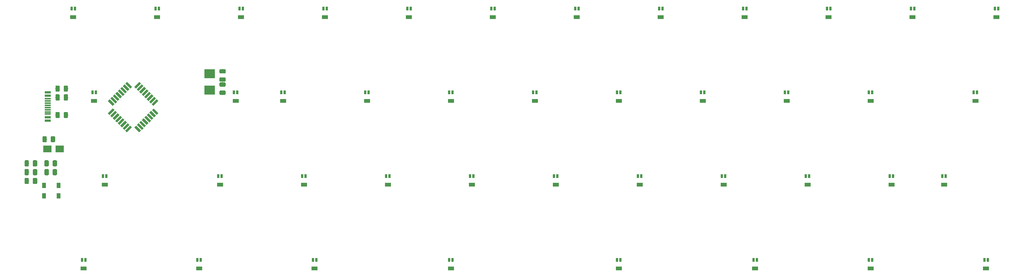
<source format=gbr>
G04 #@! TF.GenerationSoftware,KiCad,Pcbnew,(5.0.2)-1*
G04 #@! TF.CreationDate,2019-05-12T20:42:33+07:00*
G04 #@! TF.ProjectId,PCB,5043422e-6b69-4636-9164-5f7063625858,a*
G04 #@! TF.SameCoordinates,Original*
G04 #@! TF.FileFunction,Paste,Bot*
G04 #@! TF.FilePolarity,Positive*
%FSLAX46Y46*%
G04 Gerber Fmt 4.6, Leading zero omitted, Abs format (unit mm)*
G04 Created by KiCad (PCBNEW (5.0.2)-1) date 5/12/2019 8:42:33 PM*
%MOMM*%
%LPD*%
G01*
G04 APERTURE LIST*
%ADD10C,0.100000*%
%ADD11C,0.975000*%
%ADD12R,0.900000X1.200000*%
%ADD13R,0.600000X0.889000*%
%ADD14R,1.397000X0.889000*%
%ADD15C,0.550000*%
%ADD16R,2.400000X2.000000*%
%ADD17R,1.450000X0.600000*%
%ADD18R,1.450000X0.300000*%
%ADD19R,1.950000X1.500000*%
G04 APERTURE END LIST*
D10*
G04 #@! TO.C,C1*
G36*
X37480167Y-13576224D02*
X37503828Y-13579734D01*
X37527032Y-13585546D01*
X37549554Y-13593604D01*
X37571178Y-13603832D01*
X37591695Y-13616129D01*
X37610908Y-13630379D01*
X37628632Y-13646443D01*
X37644696Y-13664167D01*
X37658946Y-13683380D01*
X37671243Y-13703897D01*
X37681471Y-13725521D01*
X37689529Y-13748043D01*
X37695341Y-13771247D01*
X37698851Y-13794908D01*
X37700025Y-13818800D01*
X37700025Y-14306300D01*
X37698851Y-14330192D01*
X37695341Y-14353853D01*
X37689529Y-14377057D01*
X37681471Y-14399579D01*
X37671243Y-14421203D01*
X37658946Y-14441720D01*
X37644696Y-14460933D01*
X37628632Y-14478657D01*
X37610908Y-14494721D01*
X37591695Y-14508971D01*
X37571178Y-14521268D01*
X37549554Y-14531496D01*
X37527032Y-14539554D01*
X37503828Y-14545366D01*
X37480167Y-14548876D01*
X37456275Y-14550050D01*
X36543775Y-14550050D01*
X36519883Y-14548876D01*
X36496222Y-14545366D01*
X36473018Y-14539554D01*
X36450496Y-14531496D01*
X36428872Y-14521268D01*
X36408355Y-14508971D01*
X36389142Y-14494721D01*
X36371418Y-14478657D01*
X36355354Y-14460933D01*
X36341104Y-14441720D01*
X36328807Y-14421203D01*
X36318579Y-14399579D01*
X36310521Y-14377057D01*
X36304709Y-14353853D01*
X36301199Y-14330192D01*
X36300025Y-14306300D01*
X36300025Y-13818800D01*
X36301199Y-13794908D01*
X36304709Y-13771247D01*
X36310521Y-13748043D01*
X36318579Y-13725521D01*
X36328807Y-13703897D01*
X36341104Y-13683380D01*
X36355354Y-13664167D01*
X36371418Y-13646443D01*
X36389142Y-13630379D01*
X36408355Y-13616129D01*
X36428872Y-13603832D01*
X36450496Y-13593604D01*
X36473018Y-13585546D01*
X36496222Y-13579734D01*
X36519883Y-13576224D01*
X36543775Y-13575050D01*
X37456275Y-13575050D01*
X37480167Y-13576224D01*
X37480167Y-13576224D01*
G37*
D11*
X37000025Y-14062550D03*
D10*
G36*
X37480167Y-15451224D02*
X37503828Y-15454734D01*
X37527032Y-15460546D01*
X37549554Y-15468604D01*
X37571178Y-15478832D01*
X37591695Y-15491129D01*
X37610908Y-15505379D01*
X37628632Y-15521443D01*
X37644696Y-15539167D01*
X37658946Y-15558380D01*
X37671243Y-15578897D01*
X37681471Y-15600521D01*
X37689529Y-15623043D01*
X37695341Y-15646247D01*
X37698851Y-15669908D01*
X37700025Y-15693800D01*
X37700025Y-16181300D01*
X37698851Y-16205192D01*
X37695341Y-16228853D01*
X37689529Y-16252057D01*
X37681471Y-16274579D01*
X37671243Y-16296203D01*
X37658946Y-16316720D01*
X37644696Y-16335933D01*
X37628632Y-16353657D01*
X37610908Y-16369721D01*
X37591695Y-16383971D01*
X37571178Y-16396268D01*
X37549554Y-16406496D01*
X37527032Y-16414554D01*
X37503828Y-16420366D01*
X37480167Y-16423876D01*
X37456275Y-16425050D01*
X36543775Y-16425050D01*
X36519883Y-16423876D01*
X36496222Y-16420366D01*
X36473018Y-16414554D01*
X36450496Y-16406496D01*
X36428872Y-16396268D01*
X36408355Y-16383971D01*
X36389142Y-16369721D01*
X36371418Y-16353657D01*
X36355354Y-16335933D01*
X36341104Y-16316720D01*
X36328807Y-16296203D01*
X36318579Y-16274579D01*
X36310521Y-16252057D01*
X36304709Y-16228853D01*
X36301199Y-16205192D01*
X36300025Y-16181300D01*
X36300025Y-15693800D01*
X36301199Y-15669908D01*
X36304709Y-15646247D01*
X36310521Y-15623043D01*
X36318579Y-15600521D01*
X36328807Y-15578897D01*
X36341104Y-15558380D01*
X36355354Y-15539167D01*
X36371418Y-15521443D01*
X36389142Y-15505379D01*
X36408355Y-15491129D01*
X36428872Y-15478832D01*
X36450496Y-15468604D01*
X36473018Y-15460546D01*
X36496222Y-15454734D01*
X36519883Y-15451224D01*
X36543775Y-15450050D01*
X37456275Y-15450050D01*
X37480167Y-15451224D01*
X37480167Y-15451224D01*
G37*
D11*
X37000025Y-15937550D03*
G04 #@! TD*
D10*
G04 #@! TO.C,C2*
G36*
X37480167Y-10576224D02*
X37503828Y-10579734D01*
X37527032Y-10585546D01*
X37549554Y-10593604D01*
X37571178Y-10603832D01*
X37591695Y-10616129D01*
X37610908Y-10630379D01*
X37628632Y-10646443D01*
X37644696Y-10664167D01*
X37658946Y-10683380D01*
X37671243Y-10703897D01*
X37681471Y-10725521D01*
X37689529Y-10748043D01*
X37695341Y-10771247D01*
X37698851Y-10794908D01*
X37700025Y-10818800D01*
X37700025Y-11306300D01*
X37698851Y-11330192D01*
X37695341Y-11353853D01*
X37689529Y-11377057D01*
X37681471Y-11399579D01*
X37671243Y-11421203D01*
X37658946Y-11441720D01*
X37644696Y-11460933D01*
X37628632Y-11478657D01*
X37610908Y-11494721D01*
X37591695Y-11508971D01*
X37571178Y-11521268D01*
X37549554Y-11531496D01*
X37527032Y-11539554D01*
X37503828Y-11545366D01*
X37480167Y-11548876D01*
X37456275Y-11550050D01*
X36543775Y-11550050D01*
X36519883Y-11548876D01*
X36496222Y-11545366D01*
X36473018Y-11539554D01*
X36450496Y-11531496D01*
X36428872Y-11521268D01*
X36408355Y-11508971D01*
X36389142Y-11494721D01*
X36371418Y-11478657D01*
X36355354Y-11460933D01*
X36341104Y-11441720D01*
X36328807Y-11421203D01*
X36318579Y-11399579D01*
X36310521Y-11377057D01*
X36304709Y-11353853D01*
X36301199Y-11330192D01*
X36300025Y-11306300D01*
X36300025Y-10818800D01*
X36301199Y-10794908D01*
X36304709Y-10771247D01*
X36310521Y-10748043D01*
X36318579Y-10725521D01*
X36328807Y-10703897D01*
X36341104Y-10683380D01*
X36355354Y-10664167D01*
X36371418Y-10646443D01*
X36389142Y-10630379D01*
X36408355Y-10616129D01*
X36428872Y-10603832D01*
X36450496Y-10593604D01*
X36473018Y-10585546D01*
X36496222Y-10579734D01*
X36519883Y-10576224D01*
X36543775Y-10575050D01*
X37456275Y-10575050D01*
X37480167Y-10576224D01*
X37480167Y-10576224D01*
G37*
D11*
X37000025Y-11062550D03*
D10*
G36*
X37480167Y-12451224D02*
X37503828Y-12454734D01*
X37527032Y-12460546D01*
X37549554Y-12468604D01*
X37571178Y-12478832D01*
X37591695Y-12491129D01*
X37610908Y-12505379D01*
X37628632Y-12521443D01*
X37644696Y-12539167D01*
X37658946Y-12558380D01*
X37671243Y-12578897D01*
X37681471Y-12600521D01*
X37689529Y-12623043D01*
X37695341Y-12646247D01*
X37698851Y-12669908D01*
X37700025Y-12693800D01*
X37700025Y-13181300D01*
X37698851Y-13205192D01*
X37695341Y-13228853D01*
X37689529Y-13252057D01*
X37681471Y-13274579D01*
X37671243Y-13296203D01*
X37658946Y-13316720D01*
X37644696Y-13335933D01*
X37628632Y-13353657D01*
X37610908Y-13369721D01*
X37591695Y-13383971D01*
X37571178Y-13396268D01*
X37549554Y-13406496D01*
X37527032Y-13414554D01*
X37503828Y-13420366D01*
X37480167Y-13423876D01*
X37456275Y-13425050D01*
X36543775Y-13425050D01*
X36519883Y-13423876D01*
X36496222Y-13420366D01*
X36473018Y-13414554D01*
X36450496Y-13406496D01*
X36428872Y-13396268D01*
X36408355Y-13383971D01*
X36389142Y-13369721D01*
X36371418Y-13353657D01*
X36355354Y-13335933D01*
X36341104Y-13316720D01*
X36328807Y-13296203D01*
X36318579Y-13274579D01*
X36310521Y-13252057D01*
X36304709Y-13228853D01*
X36301199Y-13205192D01*
X36300025Y-13181300D01*
X36300025Y-12693800D01*
X36301199Y-12669908D01*
X36304709Y-12646247D01*
X36310521Y-12623043D01*
X36318579Y-12600521D01*
X36328807Y-12578897D01*
X36341104Y-12558380D01*
X36355354Y-12539167D01*
X36371418Y-12521443D01*
X36389142Y-12505379D01*
X36408355Y-12491129D01*
X36428872Y-12478832D01*
X36450496Y-12468604D01*
X36473018Y-12460546D01*
X36496222Y-12454734D01*
X36519883Y-12451224D01*
X36543775Y-12450050D01*
X37456275Y-12450050D01*
X37480167Y-12451224D01*
X37480167Y-12451224D01*
G37*
D11*
X37000025Y-12937550D03*
G04 #@! TD*
D12*
G04 #@! TO.C,D1*
X-3492450Y-39373725D03*
X-192450Y-39373725D03*
G04 #@! TD*
G04 #@! TO.C,D2*
X-192450Y-36992475D03*
X-3492450Y-36992475D03*
G04 #@! TD*
D13*
G04 #@! TO.C,D3*
X2719000Y3216000D03*
D14*
X3100000Y1247500D03*
D13*
X3481000Y3216000D03*
G04 #@! TD*
G04 #@! TO.C,D4*
X8243500Y-15834000D03*
D14*
X7862500Y-17802500D03*
D13*
X7481500Y-15834000D03*
G04 #@! TD*
G04 #@! TO.C,D5*
X10624750Y-34884000D03*
D14*
X10243750Y-36852500D03*
D13*
X9862750Y-34884000D03*
G04 #@! TD*
G04 #@! TO.C,D6*
X5100250Y-53934000D03*
D14*
X5481250Y-55902500D03*
D13*
X5862250Y-53934000D03*
G04 #@! TD*
G04 #@! TO.C,D7*
X21769000Y3216000D03*
D14*
X22150000Y1247500D03*
D13*
X22531000Y3216000D03*
G04 #@! TD*
G04 #@! TO.C,D8*
X40381000Y-15834000D03*
D14*
X40000000Y-17802500D03*
D13*
X39619000Y-15834000D03*
G04 #@! TD*
G04 #@! TO.C,D9*
X36056500Y-34884000D03*
D14*
X36437500Y-36852500D03*
D13*
X36818500Y-34884000D03*
G04 #@! TD*
G04 #@! TO.C,D10*
X32056000Y-53934000D03*
D14*
X31675000Y-55902500D03*
D13*
X31294000Y-53934000D03*
G04 #@! TD*
G04 #@! TO.C,D11*
X40819000Y3216000D03*
D14*
X41200000Y1247500D03*
D13*
X41581000Y3216000D03*
G04 #@! TD*
G04 #@! TO.C,D12*
X51106000Y-15834000D03*
D14*
X50725000Y-17802500D03*
D13*
X50344000Y-15834000D03*
G04 #@! TD*
G04 #@! TO.C,D13*
X55868500Y-34884000D03*
D14*
X55487500Y-36852500D03*
D13*
X55106500Y-34884000D03*
G04 #@! TD*
G04 #@! TO.C,D14*
X57487750Y-53934000D03*
D14*
X57868750Y-55902500D03*
D13*
X58249750Y-53934000D03*
G04 #@! TD*
G04 #@! TO.C,D17*
X59869000Y3216000D03*
D14*
X60250000Y1247500D03*
D13*
X60631000Y3216000D03*
G04 #@! TD*
G04 #@! TO.C,D18*
X70156000Y-15834000D03*
D14*
X69775000Y-17802500D03*
D13*
X69394000Y-15834000D03*
G04 #@! TD*
G04 #@! TO.C,D19*
X74156500Y-34884000D03*
D14*
X74537500Y-36852500D03*
D13*
X74918500Y-34884000D03*
G04 #@! TD*
G04 #@! TO.C,D20*
X89206000Y-53934000D03*
D14*
X88825000Y-55902500D03*
D13*
X88444000Y-53934000D03*
G04 #@! TD*
G04 #@! TO.C,D21*
X78919000Y3216000D03*
D14*
X79300000Y1247500D03*
D13*
X79681000Y3216000D03*
G04 #@! TD*
G04 #@! TO.C,D22*
X88444000Y-15834000D03*
D14*
X88825000Y-17802500D03*
D13*
X89206000Y-15834000D03*
G04 #@! TD*
G04 #@! TO.C,D23*
X93968500Y-34884000D03*
D14*
X93587500Y-36852500D03*
D13*
X93206500Y-34884000D03*
G04 #@! TD*
G04 #@! TO.C,D24*
X98731000Y3216000D03*
D14*
X98350000Y1247500D03*
D13*
X97969000Y3216000D03*
G04 #@! TD*
G04 #@! TO.C,D25*
X108256000Y-15834000D03*
D14*
X107875000Y-17802500D03*
D13*
X107494000Y-15834000D03*
G04 #@! TD*
G04 #@! TO.C,D26*
X113018500Y-34884000D03*
D14*
X112637500Y-36852500D03*
D13*
X112256500Y-34884000D03*
G04 #@! TD*
G04 #@! TO.C,D27*
X126544000Y-53934000D03*
D14*
X126925000Y-55902500D03*
D13*
X127306000Y-53934000D03*
G04 #@! TD*
G04 #@! TO.C,D28*
X117781000Y3216000D03*
D14*
X117400000Y1247500D03*
D13*
X117019000Y3216000D03*
G04 #@! TD*
G04 #@! TO.C,D29*
X126544000Y-15834000D03*
D14*
X126925000Y-17802500D03*
D13*
X127306000Y-15834000D03*
G04 #@! TD*
G04 #@! TO.C,D30*
X131306500Y-34884000D03*
D14*
X131687500Y-36852500D03*
D13*
X132068500Y-34884000D03*
G04 #@! TD*
G04 #@! TO.C,D31*
X136831000Y3216000D03*
D14*
X136450000Y1247500D03*
D13*
X136069000Y3216000D03*
G04 #@! TD*
G04 #@! TO.C,D32*
X146356000Y-15834000D03*
D14*
X145975000Y-17802500D03*
D13*
X145594000Y-15834000D03*
G04 #@! TD*
G04 #@! TO.C,D33*
X151118500Y-34884000D03*
D14*
X150737500Y-36852500D03*
D13*
X150356500Y-34884000D03*
G04 #@! TD*
G04 #@! TO.C,D34*
X158262250Y-53934000D03*
D14*
X157881250Y-55902500D03*
D13*
X157500250Y-53934000D03*
G04 #@! TD*
G04 #@! TO.C,D35*
X155881000Y3216000D03*
D14*
X155500000Y1247500D03*
D13*
X155119000Y3216000D03*
G04 #@! TD*
G04 #@! TO.C,D36*
X164644000Y-15834000D03*
D14*
X165025000Y-17802500D03*
D13*
X165406000Y-15834000D03*
G04 #@! TD*
G04 #@! TO.C,D37*
X169406500Y-34884000D03*
D14*
X169787500Y-36852500D03*
D13*
X170168500Y-34884000D03*
G04 #@! TD*
G04 #@! TO.C,D38*
X183694000Y-53934000D03*
D14*
X184075000Y-55902500D03*
D13*
X184456000Y-53934000D03*
G04 #@! TD*
G04 #@! TO.C,D39*
X174931000Y3216000D03*
D14*
X174550000Y1247500D03*
D13*
X174169000Y3216000D03*
G04 #@! TD*
G04 #@! TO.C,D40*
X183694000Y-15834000D03*
D14*
X184075000Y-17802500D03*
D13*
X184456000Y-15834000D03*
G04 #@! TD*
G04 #@! TO.C,D41*
X212269000Y3216000D03*
D14*
X212650000Y1247500D03*
D13*
X213031000Y3216000D03*
G04 #@! TD*
G04 #@! TO.C,D42*
X193219000Y3216000D03*
D14*
X193600000Y1247500D03*
D13*
X193981000Y3216000D03*
G04 #@! TD*
G04 #@! TO.C,D43*
X207506500Y-15834000D03*
D14*
X207887500Y-17802500D03*
D13*
X208268500Y-15834000D03*
G04 #@! TD*
G04 #@! TO.C,D44*
X201124750Y-34884000D03*
D14*
X200743750Y-36852500D03*
D13*
X200362750Y-34884000D03*
G04 #@! TD*
G04 #@! TO.C,D45*
X210649750Y-53934000D03*
D14*
X210268750Y-55902500D03*
D13*
X209887750Y-53934000D03*
G04 #@! TD*
G04 #@! TO.C,D46*
X188456500Y-34884000D03*
D14*
X188837500Y-36852500D03*
D13*
X189218500Y-34884000D03*
G04 #@! TD*
D10*
G04 #@! TO.C,R1*
G36*
X-2669833Y-33301224D02*
X-2646172Y-33304734D01*
X-2622968Y-33310546D01*
X-2600446Y-33318604D01*
X-2578822Y-33328832D01*
X-2558305Y-33341129D01*
X-2539092Y-33355379D01*
X-2521368Y-33371443D01*
X-2505304Y-33389167D01*
X-2491054Y-33408380D01*
X-2478757Y-33428897D01*
X-2468529Y-33450521D01*
X-2460471Y-33473043D01*
X-2454659Y-33496247D01*
X-2451149Y-33519908D01*
X-2449975Y-33543800D01*
X-2449975Y-34456300D01*
X-2451149Y-34480192D01*
X-2454659Y-34503853D01*
X-2460471Y-34527057D01*
X-2468529Y-34549579D01*
X-2478757Y-34571203D01*
X-2491054Y-34591720D01*
X-2505304Y-34610933D01*
X-2521368Y-34628657D01*
X-2539092Y-34644721D01*
X-2558305Y-34658971D01*
X-2578822Y-34671268D01*
X-2600446Y-34681496D01*
X-2622968Y-34689554D01*
X-2646172Y-34695366D01*
X-2669833Y-34698876D01*
X-2693725Y-34700050D01*
X-3181225Y-34700050D01*
X-3205117Y-34698876D01*
X-3228778Y-34695366D01*
X-3251982Y-34689554D01*
X-3274504Y-34681496D01*
X-3296128Y-34671268D01*
X-3316645Y-34658971D01*
X-3335858Y-34644721D01*
X-3353582Y-34628657D01*
X-3369646Y-34610933D01*
X-3383896Y-34591720D01*
X-3396193Y-34571203D01*
X-3406421Y-34549579D01*
X-3414479Y-34527057D01*
X-3420291Y-34503853D01*
X-3423801Y-34480192D01*
X-3424975Y-34456300D01*
X-3424975Y-33543800D01*
X-3423801Y-33519908D01*
X-3420291Y-33496247D01*
X-3414479Y-33473043D01*
X-3406421Y-33450521D01*
X-3396193Y-33428897D01*
X-3383896Y-33408380D01*
X-3369646Y-33389167D01*
X-3353582Y-33371443D01*
X-3335858Y-33355379D01*
X-3316645Y-33341129D01*
X-3296128Y-33328832D01*
X-3274504Y-33318604D01*
X-3251982Y-33310546D01*
X-3228778Y-33304734D01*
X-3205117Y-33301224D01*
X-3181225Y-33300050D01*
X-2693725Y-33300050D01*
X-2669833Y-33301224D01*
X-2669833Y-33301224D01*
G37*
D11*
X-2937475Y-34000050D03*
D10*
G36*
X-794833Y-33301224D02*
X-771172Y-33304734D01*
X-747968Y-33310546D01*
X-725446Y-33318604D01*
X-703822Y-33328832D01*
X-683305Y-33341129D01*
X-664092Y-33355379D01*
X-646368Y-33371443D01*
X-630304Y-33389167D01*
X-616054Y-33408380D01*
X-603757Y-33428897D01*
X-593529Y-33450521D01*
X-585471Y-33473043D01*
X-579659Y-33496247D01*
X-576149Y-33519908D01*
X-574975Y-33543800D01*
X-574975Y-34456300D01*
X-576149Y-34480192D01*
X-579659Y-34503853D01*
X-585471Y-34527057D01*
X-593529Y-34549579D01*
X-603757Y-34571203D01*
X-616054Y-34591720D01*
X-630304Y-34610933D01*
X-646368Y-34628657D01*
X-664092Y-34644721D01*
X-683305Y-34658971D01*
X-703822Y-34671268D01*
X-725446Y-34681496D01*
X-747968Y-34689554D01*
X-771172Y-34695366D01*
X-794833Y-34698876D01*
X-818725Y-34700050D01*
X-1306225Y-34700050D01*
X-1330117Y-34698876D01*
X-1353778Y-34695366D01*
X-1376982Y-34689554D01*
X-1399504Y-34681496D01*
X-1421128Y-34671268D01*
X-1441645Y-34658971D01*
X-1460858Y-34644721D01*
X-1478582Y-34628657D01*
X-1494646Y-34610933D01*
X-1508896Y-34591720D01*
X-1521193Y-34571203D01*
X-1531421Y-34549579D01*
X-1539479Y-34527057D01*
X-1545291Y-34503853D01*
X-1548801Y-34480192D01*
X-1549975Y-34456300D01*
X-1549975Y-33543800D01*
X-1548801Y-33519908D01*
X-1545291Y-33496247D01*
X-1539479Y-33473043D01*
X-1531421Y-33450521D01*
X-1521193Y-33428897D01*
X-1508896Y-33408380D01*
X-1494646Y-33389167D01*
X-1478582Y-33371443D01*
X-1460858Y-33355379D01*
X-1441645Y-33341129D01*
X-1421128Y-33328832D01*
X-1399504Y-33318604D01*
X-1376982Y-33310546D01*
X-1353778Y-33304734D01*
X-1330117Y-33301224D01*
X-1306225Y-33300050D01*
X-818725Y-33300050D01*
X-794833Y-33301224D01*
X-794833Y-33301224D01*
G37*
D11*
X-1062475Y-34000050D03*
G04 #@! TD*
D10*
G04 #@! TO.C,R2*
G36*
X-794833Y-31301224D02*
X-771172Y-31304734D01*
X-747968Y-31310546D01*
X-725446Y-31318604D01*
X-703822Y-31328832D01*
X-683305Y-31341129D01*
X-664092Y-31355379D01*
X-646368Y-31371443D01*
X-630304Y-31389167D01*
X-616054Y-31408380D01*
X-603757Y-31428897D01*
X-593529Y-31450521D01*
X-585471Y-31473043D01*
X-579659Y-31496247D01*
X-576149Y-31519908D01*
X-574975Y-31543800D01*
X-574975Y-32456300D01*
X-576149Y-32480192D01*
X-579659Y-32503853D01*
X-585471Y-32527057D01*
X-593529Y-32549579D01*
X-603757Y-32571203D01*
X-616054Y-32591720D01*
X-630304Y-32610933D01*
X-646368Y-32628657D01*
X-664092Y-32644721D01*
X-683305Y-32658971D01*
X-703822Y-32671268D01*
X-725446Y-32681496D01*
X-747968Y-32689554D01*
X-771172Y-32695366D01*
X-794833Y-32698876D01*
X-818725Y-32700050D01*
X-1306225Y-32700050D01*
X-1330117Y-32698876D01*
X-1353778Y-32695366D01*
X-1376982Y-32689554D01*
X-1399504Y-32681496D01*
X-1421128Y-32671268D01*
X-1441645Y-32658971D01*
X-1460858Y-32644721D01*
X-1478582Y-32628657D01*
X-1494646Y-32610933D01*
X-1508896Y-32591720D01*
X-1521193Y-32571203D01*
X-1531421Y-32549579D01*
X-1539479Y-32527057D01*
X-1545291Y-32503853D01*
X-1548801Y-32480192D01*
X-1549975Y-32456300D01*
X-1549975Y-31543800D01*
X-1548801Y-31519908D01*
X-1545291Y-31496247D01*
X-1539479Y-31473043D01*
X-1531421Y-31450521D01*
X-1521193Y-31428897D01*
X-1508896Y-31408380D01*
X-1494646Y-31389167D01*
X-1478582Y-31371443D01*
X-1460858Y-31355379D01*
X-1441645Y-31341129D01*
X-1421128Y-31328832D01*
X-1399504Y-31318604D01*
X-1376982Y-31310546D01*
X-1353778Y-31304734D01*
X-1330117Y-31301224D01*
X-1306225Y-31300050D01*
X-818725Y-31300050D01*
X-794833Y-31301224D01*
X-794833Y-31301224D01*
G37*
D11*
X-1062475Y-32000050D03*
D10*
G36*
X-2669833Y-31301224D02*
X-2646172Y-31304734D01*
X-2622968Y-31310546D01*
X-2600446Y-31318604D01*
X-2578822Y-31328832D01*
X-2558305Y-31341129D01*
X-2539092Y-31355379D01*
X-2521368Y-31371443D01*
X-2505304Y-31389167D01*
X-2491054Y-31408380D01*
X-2478757Y-31428897D01*
X-2468529Y-31450521D01*
X-2460471Y-31473043D01*
X-2454659Y-31496247D01*
X-2451149Y-31519908D01*
X-2449975Y-31543800D01*
X-2449975Y-32456300D01*
X-2451149Y-32480192D01*
X-2454659Y-32503853D01*
X-2460471Y-32527057D01*
X-2468529Y-32549579D01*
X-2478757Y-32571203D01*
X-2491054Y-32591720D01*
X-2505304Y-32610933D01*
X-2521368Y-32628657D01*
X-2539092Y-32644721D01*
X-2558305Y-32658971D01*
X-2578822Y-32671268D01*
X-2600446Y-32681496D01*
X-2622968Y-32689554D01*
X-2646172Y-32695366D01*
X-2669833Y-32698876D01*
X-2693725Y-32700050D01*
X-3181225Y-32700050D01*
X-3205117Y-32698876D01*
X-3228778Y-32695366D01*
X-3251982Y-32689554D01*
X-3274504Y-32681496D01*
X-3296128Y-32671268D01*
X-3316645Y-32658971D01*
X-3335858Y-32644721D01*
X-3353582Y-32628657D01*
X-3369646Y-32610933D01*
X-3383896Y-32591720D01*
X-3396193Y-32571203D01*
X-3406421Y-32549579D01*
X-3414479Y-32527057D01*
X-3420291Y-32503853D01*
X-3423801Y-32480192D01*
X-3424975Y-32456300D01*
X-3424975Y-31543800D01*
X-3423801Y-31519908D01*
X-3420291Y-31496247D01*
X-3414479Y-31473043D01*
X-3406421Y-31450521D01*
X-3396193Y-31428897D01*
X-3383896Y-31408380D01*
X-3369646Y-31389167D01*
X-3353582Y-31371443D01*
X-3335858Y-31355379D01*
X-3316645Y-31341129D01*
X-3296128Y-31328832D01*
X-3274504Y-31318604D01*
X-3251982Y-31310546D01*
X-3228778Y-31304734D01*
X-3205117Y-31301224D01*
X-3181225Y-31300050D01*
X-2693725Y-31300050D01*
X-2669833Y-31301224D01*
X-2669833Y-31301224D01*
G37*
D11*
X-2937475Y-32000050D03*
G04 #@! TD*
D10*
G04 #@! TO.C,R3*
G36*
X-169833Y-14301224D02*
X-146172Y-14304734D01*
X-122968Y-14310546D01*
X-100446Y-14318604D01*
X-78822Y-14328832D01*
X-58305Y-14341129D01*
X-39092Y-14355379D01*
X-21368Y-14371443D01*
X-5304Y-14389167D01*
X8946Y-14408380D01*
X21243Y-14428897D01*
X31471Y-14450521D01*
X39529Y-14473043D01*
X45341Y-14496247D01*
X48851Y-14519908D01*
X50025Y-14543800D01*
X50025Y-15456300D01*
X48851Y-15480192D01*
X45341Y-15503853D01*
X39529Y-15527057D01*
X31471Y-15549579D01*
X21243Y-15571203D01*
X8946Y-15591720D01*
X-5304Y-15610933D01*
X-21368Y-15628657D01*
X-39092Y-15644721D01*
X-58305Y-15658971D01*
X-78822Y-15671268D01*
X-100446Y-15681496D01*
X-122968Y-15689554D01*
X-146172Y-15695366D01*
X-169833Y-15698876D01*
X-193725Y-15700050D01*
X-681225Y-15700050D01*
X-705117Y-15698876D01*
X-728778Y-15695366D01*
X-751982Y-15689554D01*
X-774504Y-15681496D01*
X-796128Y-15671268D01*
X-816645Y-15658971D01*
X-835858Y-15644721D01*
X-853582Y-15628657D01*
X-869646Y-15610933D01*
X-883896Y-15591720D01*
X-896193Y-15571203D01*
X-906421Y-15549579D01*
X-914479Y-15527057D01*
X-920291Y-15503853D01*
X-923801Y-15480192D01*
X-924975Y-15456300D01*
X-924975Y-14543800D01*
X-923801Y-14519908D01*
X-920291Y-14496247D01*
X-914479Y-14473043D01*
X-906421Y-14450521D01*
X-896193Y-14428897D01*
X-883896Y-14408380D01*
X-869646Y-14389167D01*
X-853582Y-14371443D01*
X-835858Y-14355379D01*
X-816645Y-14341129D01*
X-796128Y-14328832D01*
X-774504Y-14318604D01*
X-751982Y-14310546D01*
X-728778Y-14304734D01*
X-705117Y-14301224D01*
X-681225Y-14300050D01*
X-193725Y-14300050D01*
X-169833Y-14301224D01*
X-169833Y-14301224D01*
G37*
D11*
X-437475Y-15000050D03*
D10*
G36*
X1705167Y-14301224D02*
X1728828Y-14304734D01*
X1752032Y-14310546D01*
X1774554Y-14318604D01*
X1796178Y-14328832D01*
X1816695Y-14341129D01*
X1835908Y-14355379D01*
X1853632Y-14371443D01*
X1869696Y-14389167D01*
X1883946Y-14408380D01*
X1896243Y-14428897D01*
X1906471Y-14450521D01*
X1914529Y-14473043D01*
X1920341Y-14496247D01*
X1923851Y-14519908D01*
X1925025Y-14543800D01*
X1925025Y-15456300D01*
X1923851Y-15480192D01*
X1920341Y-15503853D01*
X1914529Y-15527057D01*
X1906471Y-15549579D01*
X1896243Y-15571203D01*
X1883946Y-15591720D01*
X1869696Y-15610933D01*
X1853632Y-15628657D01*
X1835908Y-15644721D01*
X1816695Y-15658971D01*
X1796178Y-15671268D01*
X1774554Y-15681496D01*
X1752032Y-15689554D01*
X1728828Y-15695366D01*
X1705167Y-15698876D01*
X1681275Y-15700050D01*
X1193775Y-15700050D01*
X1169883Y-15698876D01*
X1146222Y-15695366D01*
X1123018Y-15689554D01*
X1100496Y-15681496D01*
X1078872Y-15671268D01*
X1058355Y-15658971D01*
X1039142Y-15644721D01*
X1021418Y-15628657D01*
X1005354Y-15610933D01*
X991104Y-15591720D01*
X978807Y-15571203D01*
X968579Y-15549579D01*
X960521Y-15527057D01*
X954709Y-15503853D01*
X951199Y-15480192D01*
X950025Y-15456300D01*
X950025Y-14543800D01*
X951199Y-14519908D01*
X954709Y-14496247D01*
X960521Y-14473043D01*
X968579Y-14450521D01*
X978807Y-14428897D01*
X991104Y-14408380D01*
X1005354Y-14389167D01*
X1021418Y-14371443D01*
X1039142Y-14355379D01*
X1058355Y-14341129D01*
X1078872Y-14328832D01*
X1100496Y-14318604D01*
X1123018Y-14310546D01*
X1146222Y-14304734D01*
X1169883Y-14301224D01*
X1193775Y-14300050D01*
X1681275Y-14300050D01*
X1705167Y-14301224D01*
X1705167Y-14301224D01*
G37*
D11*
X1437525Y-15000050D03*
G04 #@! TD*
D10*
G04 #@! TO.C,R4*
G36*
X-5294833Y-35301224D02*
X-5271172Y-35304734D01*
X-5247968Y-35310546D01*
X-5225446Y-35318604D01*
X-5203822Y-35328832D01*
X-5183305Y-35341129D01*
X-5164092Y-35355379D01*
X-5146368Y-35371443D01*
X-5130304Y-35389167D01*
X-5116054Y-35408380D01*
X-5103757Y-35428897D01*
X-5093529Y-35450521D01*
X-5085471Y-35473043D01*
X-5079659Y-35496247D01*
X-5076149Y-35519908D01*
X-5074975Y-35543800D01*
X-5074975Y-36456300D01*
X-5076149Y-36480192D01*
X-5079659Y-36503853D01*
X-5085471Y-36527057D01*
X-5093529Y-36549579D01*
X-5103757Y-36571203D01*
X-5116054Y-36591720D01*
X-5130304Y-36610933D01*
X-5146368Y-36628657D01*
X-5164092Y-36644721D01*
X-5183305Y-36658971D01*
X-5203822Y-36671268D01*
X-5225446Y-36681496D01*
X-5247968Y-36689554D01*
X-5271172Y-36695366D01*
X-5294833Y-36698876D01*
X-5318725Y-36700050D01*
X-5806225Y-36700050D01*
X-5830117Y-36698876D01*
X-5853778Y-36695366D01*
X-5876982Y-36689554D01*
X-5899504Y-36681496D01*
X-5921128Y-36671268D01*
X-5941645Y-36658971D01*
X-5960858Y-36644721D01*
X-5978582Y-36628657D01*
X-5994646Y-36610933D01*
X-6008896Y-36591720D01*
X-6021193Y-36571203D01*
X-6031421Y-36549579D01*
X-6039479Y-36527057D01*
X-6045291Y-36503853D01*
X-6048801Y-36480192D01*
X-6049975Y-36456300D01*
X-6049975Y-35543800D01*
X-6048801Y-35519908D01*
X-6045291Y-35496247D01*
X-6039479Y-35473043D01*
X-6031421Y-35450521D01*
X-6021193Y-35428897D01*
X-6008896Y-35408380D01*
X-5994646Y-35389167D01*
X-5978582Y-35371443D01*
X-5960858Y-35355379D01*
X-5941645Y-35341129D01*
X-5921128Y-35328832D01*
X-5899504Y-35318604D01*
X-5876982Y-35310546D01*
X-5853778Y-35304734D01*
X-5830117Y-35301224D01*
X-5806225Y-35300050D01*
X-5318725Y-35300050D01*
X-5294833Y-35301224D01*
X-5294833Y-35301224D01*
G37*
D11*
X-5562475Y-36000050D03*
D10*
G36*
X-7169833Y-35301224D02*
X-7146172Y-35304734D01*
X-7122968Y-35310546D01*
X-7100446Y-35318604D01*
X-7078822Y-35328832D01*
X-7058305Y-35341129D01*
X-7039092Y-35355379D01*
X-7021368Y-35371443D01*
X-7005304Y-35389167D01*
X-6991054Y-35408380D01*
X-6978757Y-35428897D01*
X-6968529Y-35450521D01*
X-6960471Y-35473043D01*
X-6954659Y-35496247D01*
X-6951149Y-35519908D01*
X-6949975Y-35543800D01*
X-6949975Y-36456300D01*
X-6951149Y-36480192D01*
X-6954659Y-36503853D01*
X-6960471Y-36527057D01*
X-6968529Y-36549579D01*
X-6978757Y-36571203D01*
X-6991054Y-36591720D01*
X-7005304Y-36610933D01*
X-7021368Y-36628657D01*
X-7039092Y-36644721D01*
X-7058305Y-36658971D01*
X-7078822Y-36671268D01*
X-7100446Y-36681496D01*
X-7122968Y-36689554D01*
X-7146172Y-36695366D01*
X-7169833Y-36698876D01*
X-7193725Y-36700050D01*
X-7681225Y-36700050D01*
X-7705117Y-36698876D01*
X-7728778Y-36695366D01*
X-7751982Y-36689554D01*
X-7774504Y-36681496D01*
X-7796128Y-36671268D01*
X-7816645Y-36658971D01*
X-7835858Y-36644721D01*
X-7853582Y-36628657D01*
X-7869646Y-36610933D01*
X-7883896Y-36591720D01*
X-7896193Y-36571203D01*
X-7906421Y-36549579D01*
X-7914479Y-36527057D01*
X-7920291Y-36503853D01*
X-7923801Y-36480192D01*
X-7924975Y-36456300D01*
X-7924975Y-35543800D01*
X-7923801Y-35519908D01*
X-7920291Y-35496247D01*
X-7914479Y-35473043D01*
X-7906421Y-35450521D01*
X-7896193Y-35428897D01*
X-7883896Y-35408380D01*
X-7869646Y-35389167D01*
X-7853582Y-35371443D01*
X-7835858Y-35355379D01*
X-7816645Y-35341129D01*
X-7796128Y-35328832D01*
X-7774504Y-35318604D01*
X-7751982Y-35310546D01*
X-7728778Y-35304734D01*
X-7705117Y-35301224D01*
X-7681225Y-35300050D01*
X-7193725Y-35300050D01*
X-7169833Y-35301224D01*
X-7169833Y-35301224D01*
G37*
D11*
X-7437475Y-36000050D03*
G04 #@! TD*
D10*
G04 #@! TO.C,R5*
G36*
X-7169833Y-33301224D02*
X-7146172Y-33304734D01*
X-7122968Y-33310546D01*
X-7100446Y-33318604D01*
X-7078822Y-33328832D01*
X-7058305Y-33341129D01*
X-7039092Y-33355379D01*
X-7021368Y-33371443D01*
X-7005304Y-33389167D01*
X-6991054Y-33408380D01*
X-6978757Y-33428897D01*
X-6968529Y-33450521D01*
X-6960471Y-33473043D01*
X-6954659Y-33496247D01*
X-6951149Y-33519908D01*
X-6949975Y-33543800D01*
X-6949975Y-34456300D01*
X-6951149Y-34480192D01*
X-6954659Y-34503853D01*
X-6960471Y-34527057D01*
X-6968529Y-34549579D01*
X-6978757Y-34571203D01*
X-6991054Y-34591720D01*
X-7005304Y-34610933D01*
X-7021368Y-34628657D01*
X-7039092Y-34644721D01*
X-7058305Y-34658971D01*
X-7078822Y-34671268D01*
X-7100446Y-34681496D01*
X-7122968Y-34689554D01*
X-7146172Y-34695366D01*
X-7169833Y-34698876D01*
X-7193725Y-34700050D01*
X-7681225Y-34700050D01*
X-7705117Y-34698876D01*
X-7728778Y-34695366D01*
X-7751982Y-34689554D01*
X-7774504Y-34681496D01*
X-7796128Y-34671268D01*
X-7816645Y-34658971D01*
X-7835858Y-34644721D01*
X-7853582Y-34628657D01*
X-7869646Y-34610933D01*
X-7883896Y-34591720D01*
X-7896193Y-34571203D01*
X-7906421Y-34549579D01*
X-7914479Y-34527057D01*
X-7920291Y-34503853D01*
X-7923801Y-34480192D01*
X-7924975Y-34456300D01*
X-7924975Y-33543800D01*
X-7923801Y-33519908D01*
X-7920291Y-33496247D01*
X-7914479Y-33473043D01*
X-7906421Y-33450521D01*
X-7896193Y-33428897D01*
X-7883896Y-33408380D01*
X-7869646Y-33389167D01*
X-7853582Y-33371443D01*
X-7835858Y-33355379D01*
X-7816645Y-33341129D01*
X-7796128Y-33328832D01*
X-7774504Y-33318604D01*
X-7751982Y-33310546D01*
X-7728778Y-33304734D01*
X-7705117Y-33301224D01*
X-7681225Y-33300050D01*
X-7193725Y-33300050D01*
X-7169833Y-33301224D01*
X-7169833Y-33301224D01*
G37*
D11*
X-7437475Y-34000050D03*
D10*
G36*
X-5294833Y-33301224D02*
X-5271172Y-33304734D01*
X-5247968Y-33310546D01*
X-5225446Y-33318604D01*
X-5203822Y-33328832D01*
X-5183305Y-33341129D01*
X-5164092Y-33355379D01*
X-5146368Y-33371443D01*
X-5130304Y-33389167D01*
X-5116054Y-33408380D01*
X-5103757Y-33428897D01*
X-5093529Y-33450521D01*
X-5085471Y-33473043D01*
X-5079659Y-33496247D01*
X-5076149Y-33519908D01*
X-5074975Y-33543800D01*
X-5074975Y-34456300D01*
X-5076149Y-34480192D01*
X-5079659Y-34503853D01*
X-5085471Y-34527057D01*
X-5093529Y-34549579D01*
X-5103757Y-34571203D01*
X-5116054Y-34591720D01*
X-5130304Y-34610933D01*
X-5146368Y-34628657D01*
X-5164092Y-34644721D01*
X-5183305Y-34658971D01*
X-5203822Y-34671268D01*
X-5225446Y-34681496D01*
X-5247968Y-34689554D01*
X-5271172Y-34695366D01*
X-5294833Y-34698876D01*
X-5318725Y-34700050D01*
X-5806225Y-34700050D01*
X-5830117Y-34698876D01*
X-5853778Y-34695366D01*
X-5876982Y-34689554D01*
X-5899504Y-34681496D01*
X-5921128Y-34671268D01*
X-5941645Y-34658971D01*
X-5960858Y-34644721D01*
X-5978582Y-34628657D01*
X-5994646Y-34610933D01*
X-6008896Y-34591720D01*
X-6021193Y-34571203D01*
X-6031421Y-34549579D01*
X-6039479Y-34527057D01*
X-6045291Y-34503853D01*
X-6048801Y-34480192D01*
X-6049975Y-34456300D01*
X-6049975Y-33543800D01*
X-6048801Y-33519908D01*
X-6045291Y-33496247D01*
X-6039479Y-33473043D01*
X-6031421Y-33450521D01*
X-6021193Y-33428897D01*
X-6008896Y-33408380D01*
X-5994646Y-33389167D01*
X-5978582Y-33371443D01*
X-5960858Y-33355379D01*
X-5941645Y-33341129D01*
X-5921128Y-33328832D01*
X-5899504Y-33318604D01*
X-5876982Y-33310546D01*
X-5853778Y-33304734D01*
X-5830117Y-33301224D01*
X-5806225Y-33300050D01*
X-5318725Y-33300050D01*
X-5294833Y-33301224D01*
X-5294833Y-33301224D01*
G37*
D11*
X-5562475Y-34000050D03*
G04 #@! TD*
D10*
G04 #@! TO.C,R6*
G36*
X-7169833Y-31301224D02*
X-7146172Y-31304734D01*
X-7122968Y-31310546D01*
X-7100446Y-31318604D01*
X-7078822Y-31328832D01*
X-7058305Y-31341129D01*
X-7039092Y-31355379D01*
X-7021368Y-31371443D01*
X-7005304Y-31389167D01*
X-6991054Y-31408380D01*
X-6978757Y-31428897D01*
X-6968529Y-31450521D01*
X-6960471Y-31473043D01*
X-6954659Y-31496247D01*
X-6951149Y-31519908D01*
X-6949975Y-31543800D01*
X-6949975Y-32456300D01*
X-6951149Y-32480192D01*
X-6954659Y-32503853D01*
X-6960471Y-32527057D01*
X-6968529Y-32549579D01*
X-6978757Y-32571203D01*
X-6991054Y-32591720D01*
X-7005304Y-32610933D01*
X-7021368Y-32628657D01*
X-7039092Y-32644721D01*
X-7058305Y-32658971D01*
X-7078822Y-32671268D01*
X-7100446Y-32681496D01*
X-7122968Y-32689554D01*
X-7146172Y-32695366D01*
X-7169833Y-32698876D01*
X-7193725Y-32700050D01*
X-7681225Y-32700050D01*
X-7705117Y-32698876D01*
X-7728778Y-32695366D01*
X-7751982Y-32689554D01*
X-7774504Y-32681496D01*
X-7796128Y-32671268D01*
X-7816645Y-32658971D01*
X-7835858Y-32644721D01*
X-7853582Y-32628657D01*
X-7869646Y-32610933D01*
X-7883896Y-32591720D01*
X-7896193Y-32571203D01*
X-7906421Y-32549579D01*
X-7914479Y-32527057D01*
X-7920291Y-32503853D01*
X-7923801Y-32480192D01*
X-7924975Y-32456300D01*
X-7924975Y-31543800D01*
X-7923801Y-31519908D01*
X-7920291Y-31496247D01*
X-7914479Y-31473043D01*
X-7906421Y-31450521D01*
X-7896193Y-31428897D01*
X-7883896Y-31408380D01*
X-7869646Y-31389167D01*
X-7853582Y-31371443D01*
X-7835858Y-31355379D01*
X-7816645Y-31341129D01*
X-7796128Y-31328832D01*
X-7774504Y-31318604D01*
X-7751982Y-31310546D01*
X-7728778Y-31304734D01*
X-7705117Y-31301224D01*
X-7681225Y-31300050D01*
X-7193725Y-31300050D01*
X-7169833Y-31301224D01*
X-7169833Y-31301224D01*
G37*
D11*
X-7437475Y-32000050D03*
D10*
G36*
X-5294833Y-31301224D02*
X-5271172Y-31304734D01*
X-5247968Y-31310546D01*
X-5225446Y-31318604D01*
X-5203822Y-31328832D01*
X-5183305Y-31341129D01*
X-5164092Y-31355379D01*
X-5146368Y-31371443D01*
X-5130304Y-31389167D01*
X-5116054Y-31408380D01*
X-5103757Y-31428897D01*
X-5093529Y-31450521D01*
X-5085471Y-31473043D01*
X-5079659Y-31496247D01*
X-5076149Y-31519908D01*
X-5074975Y-31543800D01*
X-5074975Y-32456300D01*
X-5076149Y-32480192D01*
X-5079659Y-32503853D01*
X-5085471Y-32527057D01*
X-5093529Y-32549579D01*
X-5103757Y-32571203D01*
X-5116054Y-32591720D01*
X-5130304Y-32610933D01*
X-5146368Y-32628657D01*
X-5164092Y-32644721D01*
X-5183305Y-32658971D01*
X-5203822Y-32671268D01*
X-5225446Y-32681496D01*
X-5247968Y-32689554D01*
X-5271172Y-32695366D01*
X-5294833Y-32698876D01*
X-5318725Y-32700050D01*
X-5806225Y-32700050D01*
X-5830117Y-32698876D01*
X-5853778Y-32695366D01*
X-5876982Y-32689554D01*
X-5899504Y-32681496D01*
X-5921128Y-32671268D01*
X-5941645Y-32658971D01*
X-5960858Y-32644721D01*
X-5978582Y-32628657D01*
X-5994646Y-32610933D01*
X-6008896Y-32591720D01*
X-6021193Y-32571203D01*
X-6031421Y-32549579D01*
X-6039479Y-32527057D01*
X-6045291Y-32503853D01*
X-6048801Y-32480192D01*
X-6049975Y-32456300D01*
X-6049975Y-31543800D01*
X-6048801Y-31519908D01*
X-6045291Y-31496247D01*
X-6039479Y-31473043D01*
X-6031421Y-31450521D01*
X-6021193Y-31428897D01*
X-6008896Y-31408380D01*
X-5994646Y-31389167D01*
X-5978582Y-31371443D01*
X-5960858Y-31355379D01*
X-5941645Y-31341129D01*
X-5921128Y-31328832D01*
X-5899504Y-31318604D01*
X-5876982Y-31310546D01*
X-5853778Y-31304734D01*
X-5830117Y-31301224D01*
X-5806225Y-31300050D01*
X-5318725Y-31300050D01*
X-5294833Y-31301224D01*
X-5294833Y-31301224D01*
G37*
D11*
X-5562475Y-32000050D03*
G04 #@! TD*
D15*
G04 #@! TO.C,U1*
X17725305Y-14214947D03*
D10*
G36*
X18096536Y-13454807D02*
X18485445Y-13843716D01*
X17354074Y-14975087D01*
X16965165Y-14586178D01*
X18096536Y-13454807D01*
X18096536Y-13454807D01*
G37*
D15*
X18290990Y-14780633D03*
D10*
G36*
X18662221Y-14020493D02*
X19051130Y-14409402D01*
X17919759Y-15540773D01*
X17530850Y-15151864D01*
X18662221Y-14020493D01*
X18662221Y-14020493D01*
G37*
D15*
X18856676Y-15346318D03*
D10*
G36*
X19227907Y-14586178D02*
X19616816Y-14975087D01*
X18485445Y-16106458D01*
X18096536Y-15717549D01*
X19227907Y-14586178D01*
X19227907Y-14586178D01*
G37*
D15*
X19422361Y-15912003D03*
D10*
G36*
X19793592Y-15151863D02*
X20182501Y-15540772D01*
X19051130Y-16672143D01*
X18662221Y-16283234D01*
X19793592Y-15151863D01*
X19793592Y-15151863D01*
G37*
D15*
X19988047Y-16477689D03*
D10*
G36*
X20359278Y-15717549D02*
X20748187Y-16106458D01*
X19616816Y-17237829D01*
X19227907Y-16848920D01*
X20359278Y-15717549D01*
X20359278Y-15717549D01*
G37*
D15*
X20553732Y-17043374D03*
D10*
G36*
X20924963Y-16283234D02*
X21313872Y-16672143D01*
X20182501Y-17803514D01*
X19793592Y-17414605D01*
X20924963Y-16283234D01*
X20924963Y-16283234D01*
G37*
D15*
X21119417Y-17609060D03*
D10*
G36*
X21490648Y-16848920D02*
X21879557Y-17237829D01*
X20748186Y-18369200D01*
X20359277Y-17980291D01*
X21490648Y-16848920D01*
X21490648Y-16848920D01*
G37*
D15*
X21685103Y-18174745D03*
D10*
G36*
X22056334Y-17414605D02*
X22445243Y-17803514D01*
X21313872Y-18934885D01*
X20924963Y-18545976D01*
X22056334Y-17414605D01*
X22056334Y-17414605D01*
G37*
D15*
X21685103Y-20225355D03*
D10*
G36*
X22409887Y-20561231D02*
X22020979Y-20950139D01*
X20960319Y-19889479D01*
X21349227Y-19500571D01*
X22409887Y-20561231D01*
X22409887Y-20561231D01*
G37*
D15*
X21119417Y-20791040D03*
D10*
G36*
X21879557Y-21162271D02*
X21490648Y-21551180D01*
X20359277Y-20419809D01*
X20748186Y-20030900D01*
X21879557Y-21162271D01*
X21879557Y-21162271D01*
G37*
D15*
X20553732Y-21356726D03*
D10*
G36*
X21313872Y-21727957D02*
X20924963Y-22116866D01*
X19793592Y-20985495D01*
X20182501Y-20596586D01*
X21313872Y-21727957D01*
X21313872Y-21727957D01*
G37*
D15*
X19988047Y-21922411D03*
D10*
G36*
X20748187Y-22293642D02*
X20359278Y-22682551D01*
X19227907Y-21551180D01*
X19616816Y-21162271D01*
X20748187Y-22293642D01*
X20748187Y-22293642D01*
G37*
D15*
X19422361Y-22488097D03*
D10*
G36*
X20182501Y-22859328D02*
X19793592Y-23248237D01*
X18662221Y-22116866D01*
X19051130Y-21727957D01*
X20182501Y-22859328D01*
X20182501Y-22859328D01*
G37*
D15*
X18856676Y-23053782D03*
D10*
G36*
X19616816Y-23425013D02*
X19227907Y-23813922D01*
X18096536Y-22682551D01*
X18485445Y-22293642D01*
X19616816Y-23425013D01*
X19616816Y-23425013D01*
G37*
D15*
X18290990Y-23619467D03*
D10*
G36*
X19051130Y-23990698D02*
X18662221Y-24379607D01*
X17530850Y-23248236D01*
X17919759Y-22859327D01*
X19051130Y-23990698D01*
X19051130Y-23990698D01*
G37*
D15*
X17725305Y-24185153D03*
D10*
G36*
X18485445Y-24556384D02*
X18096536Y-24945293D01*
X16965165Y-23813922D01*
X17354074Y-23425013D01*
X18485445Y-24556384D01*
X18485445Y-24556384D01*
G37*
D15*
X15674695Y-24185153D03*
D10*
G36*
X16045926Y-23425013D02*
X16434835Y-23813922D01*
X15303464Y-24945293D01*
X14914555Y-24556384D01*
X16045926Y-23425013D01*
X16045926Y-23425013D01*
G37*
D15*
X15109010Y-23619467D03*
D10*
G36*
X15480241Y-22859327D02*
X15869150Y-23248236D01*
X14737779Y-24379607D01*
X14348870Y-23990698D01*
X15480241Y-22859327D01*
X15480241Y-22859327D01*
G37*
D15*
X14543324Y-23053782D03*
D10*
G36*
X14914555Y-22293642D02*
X15303464Y-22682551D01*
X14172093Y-23813922D01*
X13783184Y-23425013D01*
X14914555Y-22293642D01*
X14914555Y-22293642D01*
G37*
D15*
X13977639Y-22488097D03*
D10*
G36*
X14348870Y-21727957D02*
X14737779Y-22116866D01*
X13606408Y-23248237D01*
X13217499Y-22859328D01*
X14348870Y-21727957D01*
X14348870Y-21727957D01*
G37*
D15*
X13411953Y-21922411D03*
D10*
G36*
X13783184Y-21162271D02*
X14172093Y-21551180D01*
X13040722Y-22682551D01*
X12651813Y-22293642D01*
X13783184Y-21162271D01*
X13783184Y-21162271D01*
G37*
D15*
X12846268Y-21356726D03*
D10*
G36*
X13217499Y-20596586D02*
X13606408Y-20985495D01*
X12475037Y-22116866D01*
X12086128Y-21727957D01*
X13217499Y-20596586D01*
X13217499Y-20596586D01*
G37*
D15*
X12280583Y-20791040D03*
D10*
G36*
X12651814Y-20030900D02*
X13040723Y-20419809D01*
X11909352Y-21551180D01*
X11520443Y-21162271D01*
X12651814Y-20030900D01*
X12651814Y-20030900D01*
G37*
D15*
X11714897Y-20225355D03*
D10*
G36*
X12086128Y-19465215D02*
X12475037Y-19854124D01*
X11343666Y-20985495D01*
X10954757Y-20596586D01*
X12086128Y-19465215D01*
X12086128Y-19465215D01*
G37*
D15*
X11714897Y-18174745D03*
D10*
G36*
X12475037Y-18545976D02*
X12086128Y-18934885D01*
X10954757Y-17803514D01*
X11343666Y-17414605D01*
X12475037Y-18545976D01*
X12475037Y-18545976D01*
G37*
D15*
X12280583Y-17609060D03*
D10*
G36*
X13040723Y-17980291D02*
X12651814Y-18369200D01*
X11520443Y-17237829D01*
X11909352Y-16848920D01*
X13040723Y-17980291D01*
X13040723Y-17980291D01*
G37*
D15*
X12846268Y-17043374D03*
D10*
G36*
X13606408Y-17414605D02*
X13217499Y-17803514D01*
X12086128Y-16672143D01*
X12475037Y-16283234D01*
X13606408Y-17414605D01*
X13606408Y-17414605D01*
G37*
D15*
X13411953Y-16477689D03*
D10*
G36*
X14172093Y-16848920D02*
X13783184Y-17237829D01*
X12651813Y-16106458D01*
X13040722Y-15717549D01*
X14172093Y-16848920D01*
X14172093Y-16848920D01*
G37*
D15*
X13977639Y-15912003D03*
D10*
G36*
X14737779Y-16283234D02*
X14348870Y-16672143D01*
X13217499Y-15540772D01*
X13606408Y-15151863D01*
X14737779Y-16283234D01*
X14737779Y-16283234D01*
G37*
D15*
X14543324Y-15346318D03*
D10*
G36*
X15303464Y-15717549D02*
X14914555Y-16106458D01*
X13783184Y-14975087D01*
X14172093Y-14586178D01*
X15303464Y-15717549D01*
X15303464Y-15717549D01*
G37*
D15*
X15109010Y-14780633D03*
D10*
G36*
X15869150Y-15151864D02*
X15480241Y-15540773D01*
X14348870Y-14409402D01*
X14737779Y-14020493D01*
X15869150Y-15151864D01*
X15869150Y-15151864D01*
G37*
D15*
X15674695Y-14214947D03*
D10*
G36*
X16434835Y-14586178D02*
X16045926Y-14975087D01*
X14914555Y-13843716D01*
X15303464Y-13454807D01*
X16434835Y-14586178D01*
X16434835Y-14586178D01*
G37*
G04 #@! TD*
D16*
G04 #@! TO.C,Y1*
X34080025Y-11650050D03*
X34080025Y-15350050D03*
G04 #@! TD*
D10*
G04 #@! TO.C,R9*
G36*
X-169833Y-20301224D02*
X-146172Y-20304734D01*
X-122968Y-20310546D01*
X-100446Y-20318604D01*
X-78822Y-20328832D01*
X-58305Y-20341129D01*
X-39092Y-20355379D01*
X-21368Y-20371443D01*
X-5304Y-20389167D01*
X8946Y-20408380D01*
X21243Y-20428897D01*
X31471Y-20450521D01*
X39529Y-20473043D01*
X45341Y-20496247D01*
X48851Y-20519908D01*
X50025Y-20543800D01*
X50025Y-21456300D01*
X48851Y-21480192D01*
X45341Y-21503853D01*
X39529Y-21527057D01*
X31471Y-21549579D01*
X21243Y-21571203D01*
X8946Y-21591720D01*
X-5304Y-21610933D01*
X-21368Y-21628657D01*
X-39092Y-21644721D01*
X-58305Y-21658971D01*
X-78822Y-21671268D01*
X-100446Y-21681496D01*
X-122968Y-21689554D01*
X-146172Y-21695366D01*
X-169833Y-21698876D01*
X-193725Y-21700050D01*
X-681225Y-21700050D01*
X-705117Y-21698876D01*
X-728778Y-21695366D01*
X-751982Y-21689554D01*
X-774504Y-21681496D01*
X-796128Y-21671268D01*
X-816645Y-21658971D01*
X-835858Y-21644721D01*
X-853582Y-21628657D01*
X-869646Y-21610933D01*
X-883896Y-21591720D01*
X-896193Y-21571203D01*
X-906421Y-21549579D01*
X-914479Y-21527057D01*
X-920291Y-21503853D01*
X-923801Y-21480192D01*
X-924975Y-21456300D01*
X-924975Y-20543800D01*
X-923801Y-20519908D01*
X-920291Y-20496247D01*
X-914479Y-20473043D01*
X-906421Y-20450521D01*
X-896193Y-20428897D01*
X-883896Y-20408380D01*
X-869646Y-20389167D01*
X-853582Y-20371443D01*
X-835858Y-20355379D01*
X-816645Y-20341129D01*
X-796128Y-20328832D01*
X-774504Y-20318604D01*
X-751982Y-20310546D01*
X-728778Y-20304734D01*
X-705117Y-20301224D01*
X-681225Y-20300050D01*
X-193725Y-20300050D01*
X-169833Y-20301224D01*
X-169833Y-20301224D01*
G37*
D11*
X-437475Y-21000050D03*
D10*
G36*
X1705167Y-20301224D02*
X1728828Y-20304734D01*
X1752032Y-20310546D01*
X1774554Y-20318604D01*
X1796178Y-20328832D01*
X1816695Y-20341129D01*
X1835908Y-20355379D01*
X1853632Y-20371443D01*
X1869696Y-20389167D01*
X1883946Y-20408380D01*
X1896243Y-20428897D01*
X1906471Y-20450521D01*
X1914529Y-20473043D01*
X1920341Y-20496247D01*
X1923851Y-20519908D01*
X1925025Y-20543800D01*
X1925025Y-21456300D01*
X1923851Y-21480192D01*
X1920341Y-21503853D01*
X1914529Y-21527057D01*
X1906471Y-21549579D01*
X1896243Y-21571203D01*
X1883946Y-21591720D01*
X1869696Y-21610933D01*
X1853632Y-21628657D01*
X1835908Y-21644721D01*
X1816695Y-21658971D01*
X1796178Y-21671268D01*
X1774554Y-21681496D01*
X1752032Y-21689554D01*
X1728828Y-21695366D01*
X1705167Y-21698876D01*
X1681275Y-21700050D01*
X1193775Y-21700050D01*
X1169883Y-21698876D01*
X1146222Y-21695366D01*
X1123018Y-21689554D01*
X1100496Y-21681496D01*
X1078872Y-21671268D01*
X1058355Y-21658971D01*
X1039142Y-21644721D01*
X1021418Y-21628657D01*
X1005354Y-21610933D01*
X991104Y-21591720D01*
X978807Y-21571203D01*
X968579Y-21549579D01*
X960521Y-21527057D01*
X954709Y-21503853D01*
X951199Y-21480192D01*
X950025Y-21456300D01*
X950025Y-20543800D01*
X951199Y-20519908D01*
X954709Y-20496247D01*
X960521Y-20473043D01*
X968579Y-20450521D01*
X978807Y-20428897D01*
X991104Y-20408380D01*
X1005354Y-20389167D01*
X1021418Y-20371443D01*
X1039142Y-20355379D01*
X1058355Y-20341129D01*
X1078872Y-20328832D01*
X1100496Y-20318604D01*
X1123018Y-20310546D01*
X1146222Y-20304734D01*
X1169883Y-20301224D01*
X1193775Y-20300050D01*
X1681275Y-20300050D01*
X1705167Y-20301224D01*
X1705167Y-20301224D01*
G37*
D11*
X1437525Y-21000050D03*
G04 #@! TD*
D10*
G04 #@! TO.C,R10*
G36*
X1705167Y-16301224D02*
X1728828Y-16304734D01*
X1752032Y-16310546D01*
X1774554Y-16318604D01*
X1796178Y-16328832D01*
X1816695Y-16341129D01*
X1835908Y-16355379D01*
X1853632Y-16371443D01*
X1869696Y-16389167D01*
X1883946Y-16408380D01*
X1896243Y-16428897D01*
X1906471Y-16450521D01*
X1914529Y-16473043D01*
X1920341Y-16496247D01*
X1923851Y-16519908D01*
X1925025Y-16543800D01*
X1925025Y-17456300D01*
X1923851Y-17480192D01*
X1920341Y-17503853D01*
X1914529Y-17527057D01*
X1906471Y-17549579D01*
X1896243Y-17571203D01*
X1883946Y-17591720D01*
X1869696Y-17610933D01*
X1853632Y-17628657D01*
X1835908Y-17644721D01*
X1816695Y-17658971D01*
X1796178Y-17671268D01*
X1774554Y-17681496D01*
X1752032Y-17689554D01*
X1728828Y-17695366D01*
X1705167Y-17698876D01*
X1681275Y-17700050D01*
X1193775Y-17700050D01*
X1169883Y-17698876D01*
X1146222Y-17695366D01*
X1123018Y-17689554D01*
X1100496Y-17681496D01*
X1078872Y-17671268D01*
X1058355Y-17658971D01*
X1039142Y-17644721D01*
X1021418Y-17628657D01*
X1005354Y-17610933D01*
X991104Y-17591720D01*
X978807Y-17571203D01*
X968579Y-17549579D01*
X960521Y-17527057D01*
X954709Y-17503853D01*
X951199Y-17480192D01*
X950025Y-17456300D01*
X950025Y-16543800D01*
X951199Y-16519908D01*
X954709Y-16496247D01*
X960521Y-16473043D01*
X968579Y-16450521D01*
X978807Y-16428897D01*
X991104Y-16408380D01*
X1005354Y-16389167D01*
X1021418Y-16371443D01*
X1039142Y-16355379D01*
X1058355Y-16341129D01*
X1078872Y-16328832D01*
X1100496Y-16318604D01*
X1123018Y-16310546D01*
X1146222Y-16304734D01*
X1169883Y-16301224D01*
X1193775Y-16300050D01*
X1681275Y-16300050D01*
X1705167Y-16301224D01*
X1705167Y-16301224D01*
G37*
D11*
X1437525Y-17000050D03*
D10*
G36*
X-169833Y-16301224D02*
X-146172Y-16304734D01*
X-122968Y-16310546D01*
X-100446Y-16318604D01*
X-78822Y-16328832D01*
X-58305Y-16341129D01*
X-39092Y-16355379D01*
X-21368Y-16371443D01*
X-5304Y-16389167D01*
X8946Y-16408380D01*
X21243Y-16428897D01*
X31471Y-16450521D01*
X39529Y-16473043D01*
X45341Y-16496247D01*
X48851Y-16519908D01*
X50025Y-16543800D01*
X50025Y-17456300D01*
X48851Y-17480192D01*
X45341Y-17503853D01*
X39529Y-17527057D01*
X31471Y-17549579D01*
X21243Y-17571203D01*
X8946Y-17591720D01*
X-5304Y-17610933D01*
X-21368Y-17628657D01*
X-39092Y-17644721D01*
X-58305Y-17658971D01*
X-78822Y-17671268D01*
X-100446Y-17681496D01*
X-122968Y-17689554D01*
X-146172Y-17695366D01*
X-169833Y-17698876D01*
X-193725Y-17700050D01*
X-681225Y-17700050D01*
X-705117Y-17698876D01*
X-728778Y-17695366D01*
X-751982Y-17689554D01*
X-774504Y-17681496D01*
X-796128Y-17671268D01*
X-816645Y-17658971D01*
X-835858Y-17644721D01*
X-853582Y-17628657D01*
X-869646Y-17610933D01*
X-883896Y-17591720D01*
X-896193Y-17571203D01*
X-906421Y-17549579D01*
X-914479Y-17527057D01*
X-920291Y-17503853D01*
X-923801Y-17480192D01*
X-924975Y-17456300D01*
X-924975Y-16543800D01*
X-923801Y-16519908D01*
X-920291Y-16496247D01*
X-914479Y-16473043D01*
X-906421Y-16450521D01*
X-896193Y-16428897D01*
X-883896Y-16408380D01*
X-869646Y-16389167D01*
X-853582Y-16371443D01*
X-835858Y-16355379D01*
X-816645Y-16341129D01*
X-796128Y-16328832D01*
X-774504Y-16318604D01*
X-751982Y-16310546D01*
X-728778Y-16304734D01*
X-705117Y-16301224D01*
X-681225Y-16300050D01*
X-193725Y-16300050D01*
X-169833Y-16301224D01*
X-169833Y-16301224D01*
G37*
D11*
X-437475Y-17000050D03*
G04 #@! TD*
D17*
G04 #@! TO.C,USB1*
X-2705000Y-15825050D03*
X-2705000Y-22275050D03*
X-2705000Y-16600050D03*
X-2705000Y-21500050D03*
D18*
X-2705000Y-20800050D03*
X-2705000Y-17300050D03*
X-2705000Y-20300050D03*
X-2705000Y-17800050D03*
X-2705000Y-19800050D03*
X-2705000Y-18300050D03*
X-2705000Y-18800050D03*
X-2705000Y-19300050D03*
G04 #@! TD*
D19*
G04 #@! TO.C,C3*
X-2742714Y-28721649D03*
X7286Y-28721649D03*
G04 #@! TD*
D10*
G04 #@! TO.C,C4*
G36*
X-3107572Y-25822823D02*
X-3083911Y-25826333D01*
X-3060707Y-25832145D01*
X-3038185Y-25840203D01*
X-3016561Y-25850431D01*
X-2996044Y-25862728D01*
X-2976831Y-25876978D01*
X-2959107Y-25893042D01*
X-2943043Y-25910766D01*
X-2928793Y-25929979D01*
X-2916496Y-25950496D01*
X-2906268Y-25972120D01*
X-2898210Y-25994642D01*
X-2892398Y-26017846D01*
X-2888888Y-26041507D01*
X-2887714Y-26065399D01*
X-2887714Y-26977899D01*
X-2888888Y-27001791D01*
X-2892398Y-27025452D01*
X-2898210Y-27048656D01*
X-2906268Y-27071178D01*
X-2916496Y-27092802D01*
X-2928793Y-27113319D01*
X-2943043Y-27132532D01*
X-2959107Y-27150256D01*
X-2976831Y-27166320D01*
X-2996044Y-27180570D01*
X-3016561Y-27192867D01*
X-3038185Y-27203095D01*
X-3060707Y-27211153D01*
X-3083911Y-27216965D01*
X-3107572Y-27220475D01*
X-3131464Y-27221649D01*
X-3618964Y-27221649D01*
X-3642856Y-27220475D01*
X-3666517Y-27216965D01*
X-3689721Y-27211153D01*
X-3712243Y-27203095D01*
X-3733867Y-27192867D01*
X-3754384Y-27180570D01*
X-3773597Y-27166320D01*
X-3791321Y-27150256D01*
X-3807385Y-27132532D01*
X-3821635Y-27113319D01*
X-3833932Y-27092802D01*
X-3844160Y-27071178D01*
X-3852218Y-27048656D01*
X-3858030Y-27025452D01*
X-3861540Y-27001791D01*
X-3862714Y-26977899D01*
X-3862714Y-26065399D01*
X-3861540Y-26041507D01*
X-3858030Y-26017846D01*
X-3852218Y-25994642D01*
X-3844160Y-25972120D01*
X-3833932Y-25950496D01*
X-3821635Y-25929979D01*
X-3807385Y-25910766D01*
X-3791321Y-25893042D01*
X-3773597Y-25876978D01*
X-3754384Y-25862728D01*
X-3733867Y-25850431D01*
X-3712243Y-25840203D01*
X-3689721Y-25832145D01*
X-3666517Y-25826333D01*
X-3642856Y-25822823D01*
X-3618964Y-25821649D01*
X-3131464Y-25821649D01*
X-3107572Y-25822823D01*
X-3107572Y-25822823D01*
G37*
D11*
X-3375214Y-26521649D03*
D10*
G36*
X-1232572Y-25822823D02*
X-1208911Y-25826333D01*
X-1185707Y-25832145D01*
X-1163185Y-25840203D01*
X-1141561Y-25850431D01*
X-1121044Y-25862728D01*
X-1101831Y-25876978D01*
X-1084107Y-25893042D01*
X-1068043Y-25910766D01*
X-1053793Y-25929979D01*
X-1041496Y-25950496D01*
X-1031268Y-25972120D01*
X-1023210Y-25994642D01*
X-1017398Y-26017846D01*
X-1013888Y-26041507D01*
X-1012714Y-26065399D01*
X-1012714Y-26977899D01*
X-1013888Y-27001791D01*
X-1017398Y-27025452D01*
X-1023210Y-27048656D01*
X-1031268Y-27071178D01*
X-1041496Y-27092802D01*
X-1053793Y-27113319D01*
X-1068043Y-27132532D01*
X-1084107Y-27150256D01*
X-1101831Y-27166320D01*
X-1121044Y-27180570D01*
X-1141561Y-27192867D01*
X-1163185Y-27203095D01*
X-1185707Y-27211153D01*
X-1208911Y-27216965D01*
X-1232572Y-27220475D01*
X-1256464Y-27221649D01*
X-1743964Y-27221649D01*
X-1767856Y-27220475D01*
X-1791517Y-27216965D01*
X-1814721Y-27211153D01*
X-1837243Y-27203095D01*
X-1858867Y-27192867D01*
X-1879384Y-27180570D01*
X-1898597Y-27166320D01*
X-1916321Y-27150256D01*
X-1932385Y-27132532D01*
X-1946635Y-27113319D01*
X-1958932Y-27092802D01*
X-1969160Y-27071178D01*
X-1977218Y-27048656D01*
X-1983030Y-27025452D01*
X-1986540Y-27001791D01*
X-1987714Y-26977899D01*
X-1987714Y-26065399D01*
X-1986540Y-26041507D01*
X-1983030Y-26017846D01*
X-1977218Y-25994642D01*
X-1969160Y-25972120D01*
X-1958932Y-25950496D01*
X-1946635Y-25929979D01*
X-1932385Y-25910766D01*
X-1916321Y-25893042D01*
X-1898597Y-25876978D01*
X-1879384Y-25862728D01*
X-1858867Y-25850431D01*
X-1837243Y-25840203D01*
X-1814721Y-25832145D01*
X-1791517Y-25826333D01*
X-1767856Y-25822823D01*
X-1743964Y-25821649D01*
X-1256464Y-25821649D01*
X-1232572Y-25822823D01*
X-1232572Y-25822823D01*
G37*
D11*
X-1500214Y-26521649D03*
G04 #@! TD*
M02*

</source>
